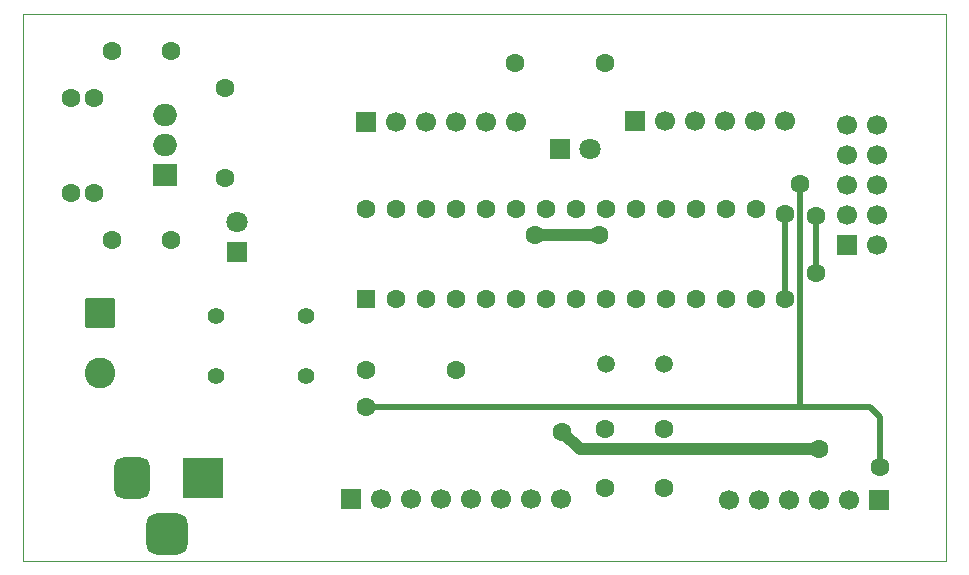
<source format=gbr>
%TF.GenerationSoftware,KiCad,Pcbnew,9.0.2*%
%TF.CreationDate,2025-12-18T18:42:25-03:00*%
%TF.ProjectId,Prometheus,50726f6d-6574-4686-9575-732e6b696361,2025-11-29*%
%TF.SameCoordinates,Original*%
%TF.FileFunction,Copper,L1,Top*%
%TF.FilePolarity,Positive*%
%FSLAX46Y46*%
G04 Gerber Fmt 4.6, Leading zero omitted, Abs format (unit mm)*
G04 Created by KiCad (PCBNEW 9.0.2) date 2025-12-18 18:42:25*
%MOMM*%
%LPD*%
G01*
G04 APERTURE LIST*
G04 Aperture macros list*
%AMRoundRect*
0 Rectangle with rounded corners*
0 $1 Rounding radius*
0 $2 $3 $4 $5 $6 $7 $8 $9 X,Y pos of 4 corners*
0 Add a 4 corners polygon primitive as box body*
4,1,4,$2,$3,$4,$5,$6,$7,$8,$9,$2,$3,0*
0 Add four circle primitives for the rounded corners*
1,1,$1+$1,$2,$3*
1,1,$1+$1,$4,$5*
1,1,$1+$1,$6,$7*
1,1,$1+$1,$8,$9*
0 Add four rect primitives between the rounded corners*
20,1,$1+$1,$2,$3,$4,$5,0*
20,1,$1+$1,$4,$5,$6,$7,0*
20,1,$1+$1,$6,$7,$8,$9,0*
20,1,$1+$1,$8,$9,$2,$3,0*%
G04 Aperture macros list end*
%TA.AperFunction,ComponentPad*%
%ADD10R,1.700000X1.700000*%
%TD*%
%TA.AperFunction,ComponentPad*%
%ADD11C,1.700000*%
%TD*%
%TA.AperFunction,ComponentPad*%
%ADD12C,1.600000*%
%TD*%
%TA.AperFunction,ComponentPad*%
%ADD13C,1.397000*%
%TD*%
%TA.AperFunction,ComponentPad*%
%ADD14R,3.500000X3.500000*%
%TD*%
%TA.AperFunction,ComponentPad*%
%ADD15RoundRect,0.750000X-0.750000X-1.000000X0.750000X-1.000000X0.750000X1.000000X-0.750000X1.000000X0*%
%TD*%
%TA.AperFunction,ComponentPad*%
%ADD16RoundRect,0.875000X-0.875000X-0.875000X0.875000X-0.875000X0.875000X0.875000X-0.875000X0.875000X0*%
%TD*%
%TA.AperFunction,ComponentPad*%
%ADD17R,2.000000X1.905000*%
%TD*%
%TA.AperFunction,ComponentPad*%
%ADD18O,2.000000X1.905000*%
%TD*%
%TA.AperFunction,ComponentPad*%
%ADD19C,1.500000*%
%TD*%
%TA.AperFunction,ComponentPad*%
%ADD20R,1.800000X1.800000*%
%TD*%
%TA.AperFunction,ComponentPad*%
%ADD21C,1.800000*%
%TD*%
%TA.AperFunction,ComponentPad*%
%ADD22RoundRect,0.250000X-1.050000X1.050000X-1.050000X-1.050000X1.050000X-1.050000X1.050000X1.050000X0*%
%TD*%
%TA.AperFunction,ComponentPad*%
%ADD23C,2.600000*%
%TD*%
%TA.AperFunction,ComponentPad*%
%ADD24RoundRect,0.250000X0.550000X-0.550000X0.550000X0.550000X-0.550000X0.550000X-0.550000X-0.550000X0*%
%TD*%
%TA.AperFunction,ViaPad*%
%ADD25C,1.600000*%
%TD*%
%TA.AperFunction,Conductor*%
%ADD26C,1.000000*%
%TD*%
%TA.AperFunction,Conductor*%
%ADD27C,0.500000*%
%TD*%
%TA.AperFunction,Profile*%
%ADD28C,0.050000*%
%TD*%
G04 APERTURE END LIST*
D10*
%TO.P,J4,1,Pin_1*%
%TO.N,/SCK*%
X164575000Y-80515000D03*
D11*
%TO.P,J4,2,Pin_2*%
%TO.N,/MISO*%
X167115000Y-80515000D03*
%TO.P,J4,3,Pin_3*%
%TO.N,/MOSI*%
X169655000Y-80515000D03*
%TO.P,J4,4,Pin_4*%
%TO.N,/PB2*%
X172195000Y-80515000D03*
%TO.P,J4,5,Pin_5*%
%TO.N,/PB1*%
X174735000Y-80515000D03*
%TO.P,J4,6,Pin_6*%
%TO.N,/PB0*%
X177275000Y-80515000D03*
%TD*%
D12*
%TO.P,R3,1*%
%TO.N,/SCK*%
X162010000Y-75540000D03*
%TO.P,R3,2*%
%TO.N,Net-(D2-A)*%
X154390000Y-75540000D03*
%TD*%
%TO.P,C2,1*%
%TO.N,/XTAL1*%
X162030000Y-106540000D03*
%TO.P,C2,2*%
%TO.N,GND*%
X162030000Y-111540000D03*
%TD*%
D13*
%TO.P,SW1,1,1*%
%TO.N,GND*%
X129090000Y-97000000D03*
X136710000Y-97000000D03*
%TO.P,SW1,2,2*%
%TO.N,/RST*%
X129090000Y-102080000D03*
X136710000Y-102080000D03*
%TD*%
D14*
%TO.P,J6,1*%
%TO.N,VCC*%
X127972500Y-110727500D03*
D15*
%TO.P,J6,2*%
%TO.N,GND*%
X121972500Y-110727500D03*
D16*
%TO.P,J6,3*%
%TO.N,unconnected-(J6-Pad3)*%
X124972500Y-115427500D03*
%TD*%
D10*
%TO.P,J1,1,Pin_1*%
%TO.N,Net-(J1-Pin_1)*%
X140525000Y-112515000D03*
D11*
%TO.P,J1,2,Pin_2*%
%TO.N,Net-(J1-Pin_2)*%
X143065000Y-112515000D03*
%TO.P,J1,3,Pin_3*%
%TO.N,Net-(J1-Pin_3)*%
X145605000Y-112515000D03*
%TO.P,J1,4,Pin_4*%
%TO.N,Net-(J1-Pin_4)*%
X148145000Y-112515000D03*
%TO.P,J1,5,Pin_5*%
%TO.N,Net-(J1-Pin_5)*%
X150685000Y-112515000D03*
%TO.P,J1,6,Pin_6*%
%TO.N,Net-(J1-Pin_6)*%
X153225000Y-112515000D03*
%TO.P,J1,7,Pin_7*%
%TO.N,Net-(J1-Pin_7)*%
X155765000Y-112515000D03*
%TO.P,J1,8,Pin_8*%
%TO.N,Net-(J1-Pin_8)*%
X158305000Y-112515000D03*
%TD*%
D12*
%TO.P,R1,1*%
%TO.N,+5V*%
X149450000Y-101540000D03*
%TO.P,R1,2*%
%TO.N,/RST*%
X141830000Y-101540000D03*
%TD*%
D17*
%TO.P,U2,1,VI*%
%TO.N,VCC*%
X124750000Y-85080000D03*
D18*
%TO.P,U2,2,GND*%
%TO.N,GND*%
X124750000Y-82540000D03*
%TO.P,U2,3,VO*%
%TO.N,+5V*%
X124750000Y-80000000D03*
%TD*%
D10*
%TO.P,J3,1,Pin_1*%
%TO.N,Net-(J3-Pin_1)*%
X141820000Y-80540000D03*
D11*
%TO.P,J3,2,Pin_2*%
%TO.N,Net-(J3-Pin_2)*%
X144360000Y-80540000D03*
%TO.P,J3,3,Pin_3*%
%TO.N,Net-(J3-Pin_3)*%
X146900000Y-80540000D03*
%TO.P,J3,4,Pin_4*%
%TO.N,Net-(J3-Pin_4)*%
X149440000Y-80540000D03*
%TO.P,J3,5,Pin_5*%
%TO.N,Net-(J3-Pin_5)*%
X151980000Y-80540000D03*
%TO.P,J3,6,Pin_6*%
%TO.N,Net-(J3-Pin_6)*%
X154520000Y-80540000D03*
%TD*%
D12*
%TO.P,C1,1*%
%TO.N,/XTAL2*%
X167030000Y-106540000D03*
%TO.P,C1,2*%
%TO.N,GND*%
X167030000Y-111540000D03*
%TD*%
%TO.P,R2,1*%
%TO.N,+5V*%
X129900000Y-77730000D03*
%TO.P,R2,2*%
%TO.N,Net-(D1-A)*%
X129900000Y-85350000D03*
%TD*%
%TO.P,C6,1*%
%TO.N,VCC*%
X125300000Y-90540000D03*
%TO.P,C6,2*%
%TO.N,GND*%
X120300000Y-90540000D03*
%TD*%
%TO.P,C3,1*%
%TO.N,VCC*%
X118800000Y-86540000D03*
%TO.P,C3,2*%
%TO.N,GND*%
X116800000Y-86540000D03*
%TD*%
D19*
%TO.P,Y1,1,1*%
%TO.N,/XTAL2*%
X167030000Y-101040000D03*
%TO.P,Y1,2,2*%
%TO.N,/XTAL1*%
X162150000Y-101040000D03*
%TD*%
D10*
%TO.P,J2,1,Pin_1*%
%TO.N,/RST*%
X185230000Y-112540000D03*
D11*
%TO.P,J2,2,Pin_2*%
%TO.N,+5V*%
X182690000Y-112540000D03*
%TO.P,J2,3,Pin_3*%
X180150000Y-112540000D03*
%TO.P,J2,4,Pin_4*%
%TO.N,GND*%
X177610000Y-112540000D03*
%TO.P,J2,5,Pin_5*%
X175070000Y-112540000D03*
%TO.P,J2,6,Pin_6*%
%TO.N,VCC*%
X172530000Y-112540000D03*
%TD*%
D20*
%TO.P,D1,1,K*%
%TO.N,GND*%
X130900000Y-91540000D03*
D21*
%TO.P,D1,2,A*%
%TO.N,Net-(D1-A)*%
X130900000Y-89000000D03*
%TD*%
D12*
%TO.P,C5,1*%
%TO.N,+5V*%
X125300000Y-74540000D03*
%TO.P,C5,2*%
%TO.N,GND*%
X120300000Y-74540000D03*
%TD*%
D10*
%TO.P,J5,1,Pin_1*%
%TO.N,/MISO*%
X182510000Y-90990000D03*
D11*
%TO.P,J5,2,Pin_2*%
%TO.N,GND*%
X185050000Y-90990000D03*
%TO.P,J5,3,Pin_3*%
%TO.N,/SCK*%
X182510000Y-88450000D03*
%TO.P,J5,4,Pin_4*%
%TO.N,GND*%
X185050000Y-88450000D03*
%TO.P,J5,5,Pin_5*%
%TO.N,/RST*%
X182510000Y-85910000D03*
%TO.P,J5,6,Pin_6*%
%TO.N,GND*%
X185050000Y-85910000D03*
%TO.P,J5,7,Pin_7*%
%TO.N,unconnected-(J5-Pin_7-Pad7)*%
X182510000Y-83370000D03*
%TO.P,J5,8,Pin_8*%
%TO.N,GND*%
X185050000Y-83370000D03*
%TO.P,J5,9,Pin_9*%
%TO.N,/MOSI*%
X182510000Y-80830000D03*
%TO.P,J5,10,Pin_10*%
%TO.N,+5V*%
X185050000Y-80830000D03*
%TD*%
D22*
%TO.P,J7,1,Pin_1*%
%TO.N,VCC*%
X119300000Y-96760000D03*
D23*
%TO.P,J7,2,Pin_2*%
%TO.N,GND*%
X119300000Y-101840000D03*
%TD*%
D12*
%TO.P,C4,1*%
%TO.N,+5V*%
X118800000Y-78540000D03*
%TO.P,C4,2*%
%TO.N,GND*%
X116800000Y-78540000D03*
%TD*%
D24*
%TO.P,U1,1,~{RESET}/PC6*%
%TO.N,/RST*%
X141820000Y-95540000D03*
D12*
%TO.P,U1,2,PD0*%
%TO.N,Net-(J1-Pin_1)*%
X144360000Y-95540000D03*
%TO.P,U1,3,PD1*%
%TO.N,Net-(J1-Pin_2)*%
X146900000Y-95540000D03*
%TO.P,U1,4,PD2*%
%TO.N,Net-(J1-Pin_3)*%
X149440000Y-95540000D03*
%TO.P,U1,5,PD3*%
%TO.N,Net-(J1-Pin_4)*%
X151980000Y-95540000D03*
%TO.P,U1,6,PD4*%
%TO.N,Net-(J1-Pin_5)*%
X154520000Y-95540000D03*
%TO.P,U1,7,VCC*%
%TO.N,+5V*%
X157060000Y-95540000D03*
%TO.P,U1,8,GND*%
%TO.N,GND*%
X159600000Y-95540000D03*
%TO.P,U1,9,XTAL1/PB6*%
%TO.N,/XTAL1*%
X162140000Y-95540000D03*
%TO.P,U1,10,XTAL2/PB7*%
%TO.N,/XTAL2*%
X164680000Y-95540000D03*
%TO.P,U1,11,PD5*%
%TO.N,Net-(J1-Pin_6)*%
X167220000Y-95540000D03*
%TO.P,U1,12,PD6*%
%TO.N,Net-(J1-Pin_7)*%
X169760000Y-95540000D03*
%TO.P,U1,13,PD7*%
%TO.N,Net-(J1-Pin_8)*%
X172300000Y-95540000D03*
%TO.P,U1,14,PB0*%
%TO.N,/PB0*%
X174840000Y-95540000D03*
%TO.P,U1,15,PB1*%
%TO.N,/PB1*%
X174840000Y-87920000D03*
%TO.P,U1,16,PB2*%
%TO.N,/PB2*%
X172300000Y-87920000D03*
%TO.P,U1,17,PB3*%
%TO.N,/MOSI*%
X169760000Y-87920000D03*
%TO.P,U1,18,PB4*%
%TO.N,/MISO*%
X167220000Y-87920000D03*
%TO.P,U1,19,PB5*%
%TO.N,/SCK*%
X164680000Y-87920000D03*
%TO.P,U1,20,AVCC*%
%TO.N,+5V*%
X162140000Y-87920000D03*
%TO.P,U1,21,AREF*%
X159600000Y-87920000D03*
%TO.P,U1,22,GND*%
%TO.N,GND*%
X157060000Y-87920000D03*
%TO.P,U1,23,PC0*%
%TO.N,Net-(J3-Pin_6)*%
X154520000Y-87920000D03*
%TO.P,U1,24,PC1*%
%TO.N,Net-(J3-Pin_5)*%
X151980000Y-87920000D03*
%TO.P,U1,25,PC2*%
%TO.N,Net-(J3-Pin_4)*%
X149440000Y-87920000D03*
%TO.P,U1,26,PC3*%
%TO.N,Net-(J3-Pin_3)*%
X146900000Y-87920000D03*
%TO.P,U1,27,PC4*%
%TO.N,Net-(J3-Pin_2)*%
X144360000Y-87920000D03*
%TO.P,U1,28,PC5*%
%TO.N,Net-(J3-Pin_1)*%
X141820000Y-87920000D03*
%TD*%
D20*
%TO.P,D2,1,K*%
%TO.N,GND*%
X158225000Y-82840000D03*
D21*
%TO.P,D2,2,A*%
%TO.N,Net-(D2-A)*%
X160765000Y-82840000D03*
%TD*%
D25*
%TO.N,GND*%
X161500000Y-90140000D03*
X156100000Y-90140000D03*
%TO.N,+5V*%
X180150000Y-108290000D03*
X158400000Y-106790000D03*
%TO.N,/RST*%
X185300000Y-109740000D03*
X141800000Y-104740000D03*
X178525000Y-85840000D03*
%TO.N,/PB0*%
X177275000Y-88340000D03*
X177300000Y-95540000D03*
%TO.N,/SCK*%
X179900000Y-88540000D03*
X179900000Y-93340000D03*
%TD*%
D26*
%TO.N,GND*%
X161500000Y-90140000D02*
X156100000Y-90140000D01*
%TO.N,+5V*%
X180150000Y-108290000D02*
X159900000Y-108290000D01*
X159900000Y-108290000D02*
X158400000Y-106790000D01*
D27*
%TO.N,/RST*%
X178595000Y-85910000D02*
X178525000Y-85840000D01*
X184500000Y-104740000D02*
X177800000Y-104740000D01*
X177800000Y-104740000D02*
X141800000Y-104740000D01*
X178551000Y-104740000D02*
X177800000Y-104740000D01*
X178525000Y-86063000D02*
X178551000Y-86089000D01*
X178525000Y-85840000D02*
X178525000Y-86063000D01*
X178551000Y-86089000D02*
X178551000Y-104740000D01*
X185300000Y-105540000D02*
X184500000Y-104740000D01*
X185300000Y-109740000D02*
X185300000Y-105540000D01*
%TO.N,/PB0*%
X177300000Y-88365000D02*
X177275000Y-88340000D01*
X177300000Y-95540000D02*
X177300000Y-88365000D01*
%TO.N,/SCK*%
X179990000Y-88450000D02*
X179900000Y-88540000D01*
X179900000Y-93340000D02*
X179900000Y-88540000D01*
%TD*%
D28*
X190900000Y-117740000D02*
X190900000Y-71440000D01*
X190900000Y-71440000D02*
X112800000Y-71440000D01*
X112800000Y-71440000D02*
X112800000Y-117740000D01*
X112800000Y-117740000D02*
X190900000Y-117740000D01*
M02*

</source>
